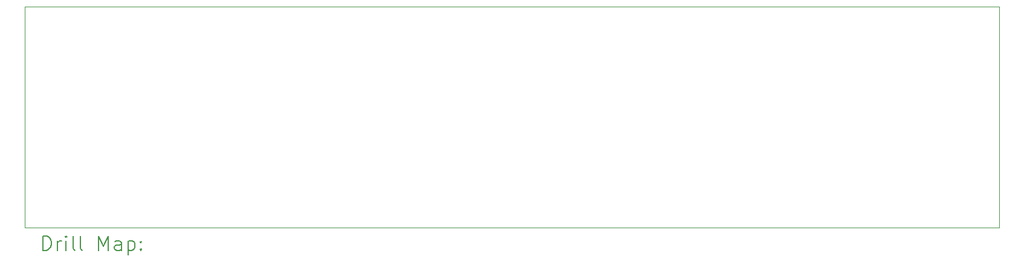
<source format=gbr>
%TF.GenerationSoftware,KiCad,Pcbnew,8.0.6*%
%TF.CreationDate,2024-12-27T11:38:38-05:00*%
%TF.ProjectId,sdl_breakout,73646c5f-6272-4656-916b-6f75742e6b69,rev?*%
%TF.SameCoordinates,Original*%
%TF.FileFunction,Drillmap*%
%TF.FilePolarity,Positive*%
%FSLAX45Y45*%
G04 Gerber Fmt 4.5, Leading zero omitted, Abs format (unit mm)*
G04 Created by KiCad (PCBNEW 8.0.6) date 2024-12-27 11:38:38*
%MOMM*%
%LPD*%
G01*
G04 APERTURE LIST*
%ADD10C,0.100000*%
%ADD11C,0.200000*%
G04 APERTURE END LIST*
D10*
X13125000Y-10750000D02*
X26775000Y-10750000D01*
X26775000Y-13850000D01*
X13125000Y-13850000D01*
X13125000Y-10750000D01*
D11*
X13380777Y-14166484D02*
X13380777Y-13966484D01*
X13380777Y-13966484D02*
X13428396Y-13966484D01*
X13428396Y-13966484D02*
X13456967Y-13976008D01*
X13456967Y-13976008D02*
X13476015Y-13995055D01*
X13476015Y-13995055D02*
X13485539Y-14014103D01*
X13485539Y-14014103D02*
X13495062Y-14052198D01*
X13495062Y-14052198D02*
X13495062Y-14080769D01*
X13495062Y-14080769D02*
X13485539Y-14118865D01*
X13485539Y-14118865D02*
X13476015Y-14137912D01*
X13476015Y-14137912D02*
X13456967Y-14156960D01*
X13456967Y-14156960D02*
X13428396Y-14166484D01*
X13428396Y-14166484D02*
X13380777Y-14166484D01*
X13580777Y-14166484D02*
X13580777Y-14033150D01*
X13580777Y-14071246D02*
X13590301Y-14052198D01*
X13590301Y-14052198D02*
X13599824Y-14042674D01*
X13599824Y-14042674D02*
X13618872Y-14033150D01*
X13618872Y-14033150D02*
X13637920Y-14033150D01*
X13704586Y-14166484D02*
X13704586Y-14033150D01*
X13704586Y-13966484D02*
X13695062Y-13976008D01*
X13695062Y-13976008D02*
X13704586Y-13985531D01*
X13704586Y-13985531D02*
X13714110Y-13976008D01*
X13714110Y-13976008D02*
X13704586Y-13966484D01*
X13704586Y-13966484D02*
X13704586Y-13985531D01*
X13828396Y-14166484D02*
X13809348Y-14156960D01*
X13809348Y-14156960D02*
X13799824Y-14137912D01*
X13799824Y-14137912D02*
X13799824Y-13966484D01*
X13933158Y-14166484D02*
X13914110Y-14156960D01*
X13914110Y-14156960D02*
X13904586Y-14137912D01*
X13904586Y-14137912D02*
X13904586Y-13966484D01*
X14161729Y-14166484D02*
X14161729Y-13966484D01*
X14161729Y-13966484D02*
X14228396Y-14109341D01*
X14228396Y-14109341D02*
X14295062Y-13966484D01*
X14295062Y-13966484D02*
X14295062Y-14166484D01*
X14476015Y-14166484D02*
X14476015Y-14061722D01*
X14476015Y-14061722D02*
X14466491Y-14042674D01*
X14466491Y-14042674D02*
X14447443Y-14033150D01*
X14447443Y-14033150D02*
X14409348Y-14033150D01*
X14409348Y-14033150D02*
X14390301Y-14042674D01*
X14476015Y-14156960D02*
X14456967Y-14166484D01*
X14456967Y-14166484D02*
X14409348Y-14166484D01*
X14409348Y-14166484D02*
X14390301Y-14156960D01*
X14390301Y-14156960D02*
X14380777Y-14137912D01*
X14380777Y-14137912D02*
X14380777Y-14118865D01*
X14380777Y-14118865D02*
X14390301Y-14099817D01*
X14390301Y-14099817D02*
X14409348Y-14090293D01*
X14409348Y-14090293D02*
X14456967Y-14090293D01*
X14456967Y-14090293D02*
X14476015Y-14080769D01*
X14571253Y-14033150D02*
X14571253Y-14233150D01*
X14571253Y-14042674D02*
X14590301Y-14033150D01*
X14590301Y-14033150D02*
X14628396Y-14033150D01*
X14628396Y-14033150D02*
X14647443Y-14042674D01*
X14647443Y-14042674D02*
X14656967Y-14052198D01*
X14656967Y-14052198D02*
X14666491Y-14071246D01*
X14666491Y-14071246D02*
X14666491Y-14128388D01*
X14666491Y-14128388D02*
X14656967Y-14147436D01*
X14656967Y-14147436D02*
X14647443Y-14156960D01*
X14647443Y-14156960D02*
X14628396Y-14166484D01*
X14628396Y-14166484D02*
X14590301Y-14166484D01*
X14590301Y-14166484D02*
X14571253Y-14156960D01*
X14752205Y-14147436D02*
X14761729Y-14156960D01*
X14761729Y-14156960D02*
X14752205Y-14166484D01*
X14752205Y-14166484D02*
X14742682Y-14156960D01*
X14742682Y-14156960D02*
X14752205Y-14147436D01*
X14752205Y-14147436D02*
X14752205Y-14166484D01*
X14752205Y-14042674D02*
X14761729Y-14052198D01*
X14761729Y-14052198D02*
X14752205Y-14061722D01*
X14752205Y-14061722D02*
X14742682Y-14052198D01*
X14742682Y-14052198D02*
X14752205Y-14042674D01*
X14752205Y-14042674D02*
X14752205Y-14061722D01*
M02*

</source>
